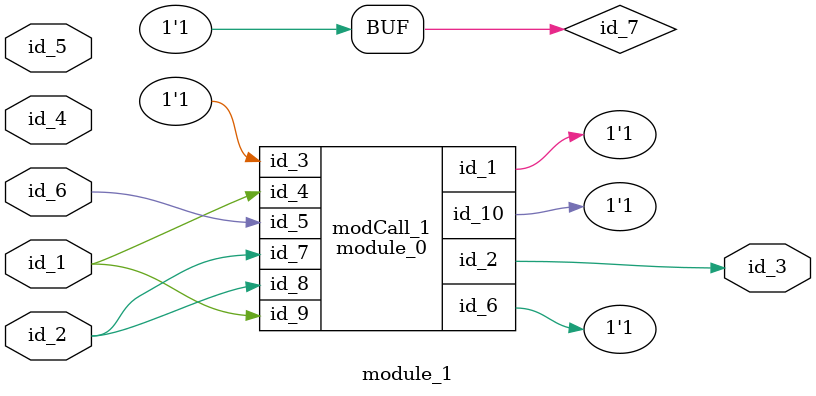
<source format=v>
module module_0 (
    id_1,
    id_2,
    id_3,
    id_4,
    id_5,
    id_6,
    id_7,
    id_8,
    id_9,
    id_10
);
  inout wire id_10;
  input wire id_9;
  input wire id_8;
  input wire id_7;
  inout wire id_6;
  input wire id_5;
  input wire id_4;
  input wire id_3;
  output wire id_2;
  inout wire id_1;
endmodule
module module_1 (
    id_1,
    id_2,
    id_3,
    id_4,
    id_5,
    id_6
);
  input wire id_6;
  input wire id_5;
  input wire id_4;
  output wire id_3;
  input wire id_2;
  input wire id_1;
  tri id_7 = -1;
  module_0 modCall_1 (
      id_7,
      id_3,
      id_7,
      id_1,
      id_6,
      id_7,
      id_2,
      id_2,
      id_1,
      id_7
  );
  wire id_8;
endmodule

</source>
